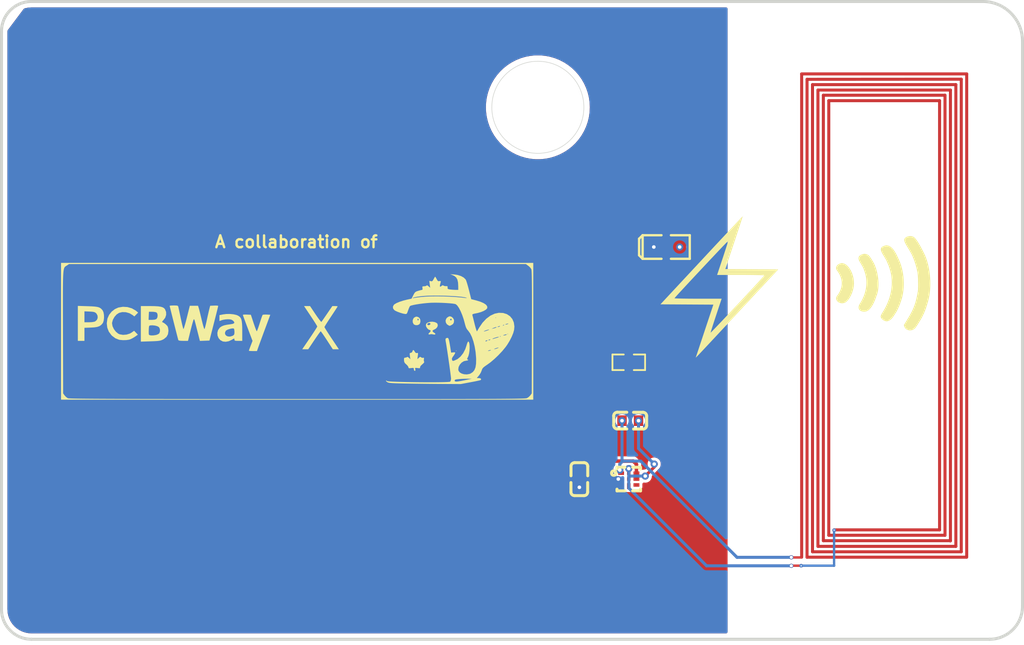
<source format=kicad_pcb>
(kicad_pcb (version 20240108) (generator "pcbnew") (generator_version "8.0")
  (layers (0 "F.Cu" signal "TopLayer") (31 "B.Cu" signal "BottomLayer") (34 "B.Paste" user "BottomPasteMaskLayer") (35 "F.Paste" user "TopPasteMaskLayer") (36 "B.SilkS" user "BottomSilkLayer") (37 "F.SilkS" user "TopSilkLayer") (38 "B.Mask" user "BottomSolderMaskLayer") (39 "F.Mask" user "TopSolderMaskLayer") (44 "Edge.Cuts" user "BoardOutLine"))
  (net 0 "")
  (net 1 "VCC")
  (net 2 "LED1_1")
  (net 3 "U2_8")
  (net 4 "GND")
  (net 5 "U2_1")
  (footprint "NFC EasyEDA Project:C0603" (layer "F.Cu") (at 159.022 116.538)
    (property "Reference" "C1" (hide yes))
    (property "Value" "220nF" (hide yes))
    (pad "1" smd rect (at 0 0.7 90) (size 0.8 0.9) (layers "F.Cu" "F.Paste" "F.Mask") (net 4 "GND"))
    (pad "2" smd rect (at 0 -0.7 90) (size 0.8 0.9) (layers "F.Cu" "F.Paste" "F.Mask") (net 1 "VCC"))
  )
  (footprint "NFC EasyEDA Project:C0603" (layer "F.Cu") (at 163.34 111.585)
    (property "Reference" "C2" (hide yes))
    (property "Value" "18pF" (hide yes))
    (pad "1" smd rect (at -0.7 0) (size 0.8 0.9) (layers "F.Cu" "F.Paste" "F.Mask") (net 5 "U2_1"))
    (pad "2" smd rect (at 0.7 0) (size 0.8 0.9) (layers "F.Cu" "F.Paste" "F.Mask") (net 3 "U2_8"))
  )
  (footprint "LOGO" (layer "F.Cu") (at 135.055503 104)
    (property "Reference" "G***" (hide yes))
    (property "Value" "LOGO" (hide yes))
  )
  (footprint "NFC EasyEDA Project:25X48MM_NFC_ANTENNA" (layer "F.Cu") (at 185.1399 103.457 -90)
    (property "Reference" "1" (hide yes))
    (property "Value" "ANTENNA_NFC_41X14MM_2UH" (hide yes))
    (fp_line (start 19.73 8.12) (end 19.73 7.2801) (stroke (width 0.2)) (layer "F.Cu"))
    (fp_line (start 20.43 8.11) (end 20.43 7.31) (stroke (width 0.2)) (layer "F.Cu"))
    (fp_line (start -21.2898 7.26) (end -21.2898 -6.74) (stroke (width 0.254)) (layer "F.Cu"))
    (fp_line (start 19.7101 7.26) (end -21.2899 7.26) (stroke (width 0.254)) (layer "F.Cu"))
    (fp_line (start -20.8299 6.8041) (end 19.7101 6.8041) (stroke (width 0.254)) (layer "F.Cu"))
    (fp_line (start 19.7101 6.8041) (end 19.7101 -6.7199) (stroke (width 0.254)) (layer "F.Cu"))
    (fp_line (start -20.3798 6.34) (end 19.2501 6.34) (stroke (width 0.254)) (layer "F.Cu"))
    (fp_line (start 19.2501 6.34) (end 19.2501 -6.2799) (stroke (width 0.254)) (layer "F.Cu"))
    (fp_line (start -19.9198 5.88) (end 18.7901 5.88) (stroke (width 0.254)) (layer "F.Cu"))
    (fp_line (start 18.7901 5.88) (end 18.7901 -5.8199) (stroke (width 0.254)) (layer "F.Cu"))
    (fp_line (start -19.48 5.42) (end 18.3099 5.42) (stroke (width 0.254)) (layer "F.Cu"))
    (fp_line (start 18.3099 5.42) (end 18.3099 -5.36) (stroke (width 0.254)) (layer "F.Cu"))
    (fp_line (start -19.02 4.96) (end 17.85 4.96) (stroke (width 0.254)) (layer "F.Cu"))
    (fp_line (start 17.85 4.96) (end 17.85 -4.9) (stroke (width 0.254)) (layer "F.Cu"))
    (fp_line (start 17.39 4.5) (end 17.39 -4.44) (stroke (width 0.254)) (layer "F.Cu"))
    (fp_line (start -19.02 -4.44) (end -19.02 4.96) (stroke (width 0.254)) (layer "F.Cu"))
    (fp_line (start 17.39 -4.44) (end -19.02 -4.44) (stroke (width 0.254)) (layer "F.Cu"))
    (fp_line (start -19.48 -4.9) (end -19.48 5.42) (stroke (width 0.254)) (layer "F.Cu"))
    (fp_line (start 17.85 -4.9) (end -19.48 -4.9) (stroke (width 0.254)) (layer "F.Cu"))
    (fp_line (start -19.9198 -5.3599) (end -19.9198 5.88) (stroke (width 0.254)) (layer "F.Cu"))
    (fp_line (start 18.3301 -5.3599) (end -19.9198 -5.3599) (stroke (width 0.254)) (layer "F.Cu"))
    (fp_line (start -20.3798 -5.8199) (end -20.3798 6.34) (stroke (width 0.254)) (layer "F.Cu"))
    (fp_line (start 18.7901 -5.8199) (end -20.3798 -5.8199) (stroke (width 0.254)) (layer "F.Cu"))
    (fp_line (start -20.8399 -6.2799) (end -20.8299 6.8041) (stroke (width 0.254)) (layer "F.Cu"))
    (fp_line (start 19.2501 -6.2799) (end -20.8399 -6.2799) (stroke (width 0.254)) (layer "F.Cu"))
    (fp_line (start 19.7101 -6.7399) (end -21.29 -6.7399) (stroke (width 0.254)) (layer "F.Cu"))
    (fp_line (start 20.43 7.3) (end 20.43 4.51) (stroke (width 0.2)) (layer "B.Cu"))
    (fp_line (start 20.43 4.51) (end 17.42 4.51) (stroke (width 0.2)) (layer "B.Cu"))
    (pad "" thru_hole circle (at 17.4201 4.4999) (size 0.31 0.31) (drill 0.105) (layers "*.Cu" "*.Mask"))
    (pad "" thru_hole circle (at 20.43 7.3) (size 0.31 0.31) (drill 0.105) (layers "*.Cu" "*.Mask"))
    (pad "P$1" thru_hole oval (at 19.7201 8.1399 270) (size 0.35 0.35) (drill 0.254) (layers "*.Cu" "*.Mask") (net 5 "U2_1"))
    (pad "P$2" thru_hole oval (at 20.4399 8.1399 270) (size 0.35 0.35) (drill 0.254) (layers "*.Cu" "*.Mask") (net 3 "U2_8"))
  )
  (footprint "NFC EasyEDA Project:LED0805_BLUE" (layer "F.Cu") (at 166.388 96.853 180)
    (property "Reference" "LED1" (hide yes))
    (property "Value" "LED-0805_B" (hide yes))
    (pad "1" smd rect (at -1.0503 0 180) (size 1.3005 1.3995) (layers "F.Cu" "F.Paste" "F.Mask") (net 2 "LED1_1"))
    (pad "2" smd rect (at 1.0503 0 180) (size 1.3005 1.3995) (layers "F.Cu" "F.Paste" "F.Mask") (net 4 "GND"))
  )
  (footprint "NFC EasyEDA Project:XQFN-8_L1.6-W1.6-P0.50-BR" (layer "F.Cu") (at 163.213 116.538)
    (property "Reference" "U2" (hide yes))
    (property "Value" "NT3H1101W0FHKH" (hide yes))
    (pad "1" smd rect (at -0.65 -0.4999) (size 0.5 0.3) (layers "F.Cu" "F.Paste" "F.Mask") (net 5 "U2_1"))
    (pad "2" smd rect (at -0.65 0) (size 0.5 0.3) (layers "F.Cu" "F.Paste" "F.Mask") (net 4 "GND"))
    (pad "3" smd rect (at -0.65 0.4999) (size 0.5 0.3) (layers "F.Cu" "F.Paste" "F.Mask"))
    (pad "4" smd rect (at 0 0.5999 90) (size 0.5 0.3) (layers "F.Cu" "F.Paste" "F.Mask"))
    (pad "5" smd rect (at 0.65 0.5001) (size 0.5 0.3) (layers "F.Cu" "F.Paste" "F.Mask"))
    (pad "6" smd rect (at 0.65 0) (size 0.5 0.3) (layers "F.Cu" "F.Paste" "F.Mask") (net 1 "VCC"))
    (pad "7" smd rect (at 0.65 -0.4999) (size 0.5 0.3) (layers "F.Cu" "F.Paste" "F.Mask") (net 1 "VCC"))
    (pad "8" smd rect (at 0 -0.5999 90) (size 0.5 0.3) (layers "F.Cu" "F.Paste" "F.Mask") (net 3 "U2_8"))
    (pad "9" smd rect (at 0 0 90) (size 0.3 0.3) (layers "F.Cu" "F.Paste" "F.Mask"))
  )
  (footprint "NFC EasyEDA Project:R0603" (layer "F.Cu") (at 163.213 106.632)
    (property "Reference" "R1" (hide yes))
    (property "Value" "220" (hide yes))
    (pad "1" smd rect (at -0.7534 0) (size 0.8065 0.864) (layers "F.Cu" "F.Paste" "F.Mask") (net 2 "LED1_1"))
    (pad "2" smd rect (at 0.7534 0) (size 0.8065 0.864) (layers "F.Cu" "F.Paste" "F.Mask") (net 1 "VCC"))
  )
  (gr_poly (pts (xy 180.9985 98.3128) (xy 180.961346 98.340913) (xy 180.927872 98.370185) (xy 180.89811 98.400486) (xy 180.872095 98.43168) (xy 180.849861 98.463636) (xy 180.831442 98.496219) (xy 180.816873 98.529298) (xy 180.806187 98.562738) (xy 180.799419 98.596407) (xy 180.796602 98.630171) (xy 180.797771 98.663897) (xy 180.80296 98.697452) (xy 180.812204 98.730703) (xy 180.825535 98.763517) (xy 180.842989 98.795761) (xy 180.8646 98.8273) (xy 180.962131 98.963954) (xy 181.046751 99.100838) (xy 181.118458 99.23789) (xy 181.177253 99.37505) (xy 181.223134 99.512258) (xy 181.256103 99.64945) (xy 181.276158 99.786568) (xy 181.2833 99.92355) (xy 181.277527 100.060336) (xy 181.25884 100.196863) (xy 181.227238 100.333072) (xy 181.182721 100.4689) (xy 181.125289 100.604289) (xy 181.054942 100.739175) (xy 180.971679 100.8735) (xy 180.8755 101.0072) (xy 180.835125 101.071521) (xy 180.810998 101.136729) (xy 180.801973 101.201826) (xy 180.806901 101.265811) (xy 180.824636 101.327687) (xy 180.854031 101.386454) (xy 180.893939 101.441112) (xy 180.943212 101.490663) (xy 181.000703 101.534107) (xy 181.065266 101.570446) (xy 181.135753 101.598679) (xy 181.211017 101.617808) (xy 181.28991 101.626834) (xy 181.371287 101.624758) (xy 181.453999 101.61058) (xy 181.5369 101.5833) (xy 181.588741 101.557409) (xy 181.64126 101.522581) (xy 181.694129 101.479351) (xy 181.747018 101.428257) (xy 181.799601 101.369833) (xy 181.851548 101.304617) (xy 181.902532 101.233144) (xy 181.952225 101.15595) (xy 182.000298 101.073573) (xy 182.046423 100.986547) (xy 182.090273 100.895408) (xy 182.131518 100.800694) (xy 182.169832 100.70294) (xy 182.204885 100.602683) (xy 182.236351 100.500457) (xy 182.2639 100.3968) (xy 182.303429 100.178956) (xy 182.31812 99.957932) (xy 182.309905 99.736912) (xy 182.280718 99.519082) (xy 182.232493 99.307624) (xy 182.167164 99.105722) (xy 182.086663 98.916562) (xy 181.992925 98.743325) (xy 181.887882 98.589198) (xy 181.77347 98.457363) (xy 181.651621 98.351005) (xy 181.524268 98.273307) (xy 181.393346 98.227453) (xy 181.260789 98.216629) (xy 181.128528 98.244016)) (fill solid) (layer "F.SilkS"))
  (gr_poly (pts (xy 184.913 96.7367) (xy 184.843645 96.76354) (xy 184.782927 96.791961) (xy 184.7308 96.822343) (xy 184.68722 96.855066) (xy 184.652141 96.890509) (xy 184.625518 96.929051) (xy 184.607307 96.971072) (xy 184.597462 97.01695) (xy 184.595939 97.067067) (xy 184.602692 97.1218) (xy 184.617677 97.18153) (xy 184.640848 97.246635) (xy 184.672161 97.317495) (xy 184.71157 97.39449) (xy 184.759032 97.477999) (xy 184.8145 97.5684) (xy 184.838288 97.606296) (xy 184.861967 97.644547) (xy 184.885391 97.682895) (xy 184.908414 97.721082) (xy 184.930888 97.758849) (xy 184.952669 97.795939) (xy 184.973609 97.832092) (xy 184.993562 97.86705) (xy 185.012382 97.900556) (xy 185.029922 97.93235) (xy 185.046037 97.962174) (xy 185.060579 97.989769) (xy 185.073403 98.014878) (xy 185.084362 98.037242) (xy 185.093309 98.056602) (xy 185.1001 98.0727) (xy 185.105909 98.087375) (xy 185.112017 98.102592) (xy 185.118372 98.118234) (xy 185.124923 98.13418) (xy 185.131618 98.150311) (xy 185.138408 98.166506) (xy 185.145239 98.182647) (xy 185.152062 98.198613) (xy 185.158825 98.214285) (xy 185.165477 98.229543) (xy 185.171968 98.244268) (xy 185.178245 98.25834) (xy 185.184258 98.271638) (xy 185.189955 98.284044) (xy 185.195286 98.295438) (xy 185.2002 98.3057) (xy 185.205008 98.315777) (xy 185.210031 98.326662) (xy 185.215228 98.338252) (xy 185.220559 98.350446) (xy 185.225982 98.363139) (xy 185.231457 98.376229) (xy 185.236943 98.389613) (xy 185.2424 98.403188) (xy 185.247786 98.416851) (xy 185.253061 98.430498) (xy 185.258184 98.444028) (xy 185.263115 98.457336) (xy 185.267813 98.470321) (xy 185.272237 98.482878) (xy 185.276346 98.494906) (xy 185.2801 98.5063) (xy 185.283787 98.517762) (xy 185.287739 98.530021) (xy 185.291918 98.542968) (xy 185.296289 98.556491) (xy 185.300814 98.570479) (xy 185.305459 98.584822) (xy 185.310187 98.599408) (xy 185.314962 98.614125) (xy 185.319747 98.628864) (xy 185.324507 98.643513) (xy 185.329204 98.657961) (xy 185.333804 98.672097) (xy 185.33827 98.68581) (xy 185.342565 98.698989) (xy 185.346654 98.711523) (xy 185.3505 98.7233) (xy 185.412773 98.936861) (xy 185.461326 99.155311) (xy 185.496264 99.378005) (xy 185.517692 99.604297) (xy 185.525715 99.833541) (xy 185.52044 100.065092) (xy 185.50197 100.298302) (xy 185.470412 100.532525) (xy 185.425871 100.767117) (xy 185.368452 101.001431) (xy 185.29826 101.234821) (xy 185.215401 101.466641) (xy 185.11998 101.696245) (xy 185.012103 101.922987) (xy 184.891874 102.146221) (xy 184.7594 102.3653) (xy 184.721437 102.425657) (xy 184.688217 102.480804) (xy 184.659688 102.531198) (xy 184.6358 102.577296) (xy 184.6165 102.619553) (xy 184.601738 102.658425) (xy 184.591463 102.694368) (xy 184.585625 102.727838) (xy 184.584171 102.759292) (xy 184.587052 102.789184) (xy 184.594216 102.817972) (xy 184.605612 102.846111) (xy 184.621189 102.874058) (xy 184.640897 102.902267) (xy 184.664684 102.931196) (xy 184.6925 102.9613) (xy 184.754037 103.019368) (xy 184.816472 103.067068) (xy 184.879686 103.104436) (xy 184.94356 103.131505) (xy 185.007978 103.148311) (xy 185.072822 103.154887) (xy 185.137972 103.151268) (xy 185.203312 103.137488) (xy 185.268723 103.113582) (xy 185.334088 103.079585) (xy 185.399289 103.03553) (xy 185.464207 102.981452) (xy 185.528725 102.917386) (xy 185.592725 102.843366) (xy 185.656089 102.759426) (xy 185.7187 102.6656) (xy 185.736901 102.636714) (xy 185.754944 102.608106) (xy 185.772721 102.579947) (xy 185.790123 102.552407) (xy 185.807042 102.525657) (xy 185.823368 102.499867) (xy 185.838995 102.475208) (xy 185.853812 102.45185) (xy 185.867712 102.429965) (xy 185.880585 102.409722) (xy 185.892324 102.391291) (xy 185.90282 102.374844) (xy 185.911964 102.360551) (xy 185.919647 102.348583) (xy 185.925762 102.339109) (xy 185.9302 102.3323) (xy 185.940146 102.315586) (xy 185.953594 102.290525) (xy 185.970034 102.258236) (xy 185.988954 102.219836) (xy 186.009845 102.176444) (xy 186.032197 102.129176) (xy 186.055497 102.079152) (xy 186.079237 102.027488) (xy 186.102905 101.975303) (xy 186.125991 101.923714) (xy 186.147985 101.873839) (xy 186.168376 101.826796) (xy 186.186653 101.783703) (xy 186.202307 101.745677) (xy 186.214826 101.713837) (xy 186.2237 101.6893) (xy 186.226754 101.680299) (xy 186.230303 101.669914) (xy 186.234302 101.658269) (xy 186.238709 101.645488) (xy 186.24348 101.631695) (xy 186.248573 101.617012) (xy 186.253943 101.601565) (xy 186.25955 101.585475) (xy 186.265348 101.568868) (xy 186.271295 101.551867) (xy 186.277349 101.534595) (xy 186.283465 101.517175) (xy 186.289602 101.499733) (xy 186.295715 101.48239) (xy 186.301762 101.465272) (xy 186.3077 101.4485) (xy 186.3744 101.240539) (xy 186.430028 101.024331) (xy 186.47466 100.801139) (xy 186.508373 100.572222) (xy 186.531243 100.338842) (xy 186.543347 100.102259) (xy 186.544761 99.863733) (xy 186.535562 99.624525) (xy 186.515827 99.385897) (xy 186.485632 99.149108) (xy 186.445054 98.915419) (xy 186.39417 98.686091) (xy 186.333056 98.462385) (xy 186.261788 98.24556) (xy 186.180444 98.036879) (xy 186.0891 97.8376) (xy 186.086178 97.831652) (xy 186.082912 97.824918) (xy 186.079337 97.817475) (xy 186.075489 97.809397) (xy 186.071401 97.800761) (xy 186.067111 97.791641) (xy 186.062653 97.782112) (xy 186.058062 97.77225) (xy 186.053374 97.762131) (xy 186.048624 97.751829) (xy 186.043847 97.74142) (xy 186.039079 97.730979) (xy 186.034355 97.720581) (xy 186.02971 97.710302) (xy 186.02518 97.700216) (xy 186.0208 97.6904) (xy 185.957202 97.554279) (xy 185.892398 97.42797) (xy 185.826486 97.311556) (xy 185.759562 97.205122) (xy 185.691724 97.108751) (xy 185.62307 97.022527) (xy 185.553696 96.946532) (xy 185.4837 96.88085) (xy 185.413178 96.825566) (xy 185.342229 96.780762) (xy 185.27095 96.746522) (xy 185.199437 96.722929) (xy 185.127788 96.710067) (xy 185.056101 96.708019) (xy 184.984472 96.716869)) (fill solid) (layer "F.SilkS"))
  (gr_poly (pts (xy 186.8005 95.9869) (xy 186.745845 96.018181) (xy 186.698809 96.049404) (xy 186.65945 96.081313) (xy 186.627829 96.114649) (xy 186.604005 96.150155) (xy 186.588038 96.188573) (xy 186.579987 96.230645) (xy 186.579912 96.277113) (xy 186.587873 96.32872) (xy 186.603928 96.386208) (xy 186.628139 96.450319) (xy 186.660564 96.521796) (xy 186.701262 96.60138) (xy 186.750295 96.689814) (xy 186.807721 96.78784) (xy 186.8736 96.8962) (xy 186.90284 96.943891) (xy 186.93198 96.991875) (xy 186.960836 97.039836) (xy 186.989229 97.087455) (xy 187.016977 97.134415) (xy 187.043898 97.180398) (xy 187.069812 97.225087) (xy 187.094537 97.268163) (xy 187.117892 97.309309) (xy 187.139696 97.348207) (xy 187.159768 97.38454) (xy 187.177926 97.41799) (xy 187.19399 97.448238) (xy 187.207777 97.474968) (xy 187.219107 97.497861) (xy 187.2278 97.5166) (xy 187.245961 97.557996) (xy 187.264049 97.599718) (xy 187.281972 97.641542) (xy 187.299639 97.683241) (xy 187.316959 97.72459) (xy 187.333843 97.765363) (xy 187.350199 97.805333) (xy 187.365937 97.844275) (xy 187.380966 97.881964) (xy 187.395195 97.918173) (xy 187.408534 97.952676) (xy 187.420892 97.985247) (xy 187.432178 98.015661) (xy 187.442302 98.043692) (xy 187.451172 98.069114) (xy 187.4587 98.0917) (xy 187.475316 98.143127) (xy 187.49085 98.191551) (xy 187.505353 98.237148) (xy 187.518878 98.280097) (xy 187.531475 98.320575) (xy 187.543198 98.358758) (xy 187.554097 98.394824) (xy 187.564225 98.42895) (xy 187.573633 98.461314) (xy 187.582373 98.492093) (xy 187.590498 98.521464) (xy 187.598059 98.549604) (xy 187.605108 98.57669) (xy 187.611696 98.6029) (xy 187.617876 98.628411) (xy 187.6237 98.6534) (xy 187.627351 98.669287) (xy 187.631304 98.6865) (xy 187.635522 98.704873) (xy 187.639967 98.724243) (xy 187.644601 98.744444) (xy 187.649386 98.765312) (xy 187.654286 98.786681) (xy 187.659262 98.808388) (xy 187.664277 98.830267) (xy 187.669292 98.852153) (xy 187.674271 98.873883) (xy 187.679176 98.89529) (xy 187.683969 98.91621) (xy 187.688612 98.936478) (xy 187.693068 98.95593) (xy 187.6973 98.9744) (xy 187.70742 99.030412) (xy 187.716744 99.10497) (xy 187.725215 99.195447) (xy 187.732778 99.299216) (xy 187.739376 99.413651) (xy 187.744954 99.536124) (xy 187.749455 99.664007) (xy 187.752825 99.794675) (xy 187.755005 99.925501) (xy 187.755942 100.053856) (xy 187.755579 100.177114) (xy 187.753859 100.292647) (xy 187.750727 100.39783) (xy 187.746127 100.490034) (xy 187.740003 100.566634) (xy 187.7323 100.625) (xy 187.697636 100.815664) (xy 187.662777 100.99363) (xy 187.627133 101.160455) (xy 187.590117 101.317696) (xy 187.551138 101.46691) (xy 187.509608 101.609655) (xy 187.464937 101.747487) (xy 187.416537 101.881963) (xy 187.363819 102.01464) (xy 187.306193 102.147076) (xy 187.243071 102.280826) (xy 187.173864 102.417449) (xy 187.097982 102.558501) (xy 187.014836 102.705539) (xy 186.923839 102.86012) (xy 186.8244 103.0238) (xy 186.5463 103.4756) (xy 186.5875 103.5989) (xy 186.613548 103.661449) (xy 186.64729 103.717747) (xy 186.687931 103.767644) (xy 186.734678 103.810994) (xy 186.786737 103.847648) (xy 186.843314 103.877458) (xy 186.903616 103.900274) (xy 186.96685 103.91595) (xy 187.03222 103.924338) (xy 187.098935 103.925287) (xy 187.1662 103.918651) (xy 187.233221 103.904282) (xy 187.299206 103.88203) (xy 187.363359 103.851748) (xy 187.424888 103.813288) (xy 187.483 103.7665) (xy 187.501459 103.746571) (xy 187.526929 103.714388) (xy 187.558476 103.671419) (xy 187.595168 103.619132) (xy 187.636072 103.558996) (xy 187.680254 103.492479) (xy 187.726783 103.421049) (xy 187.774725 103.346175) (xy 187.823147 103.269326) (xy 187.871117 103.191969) (xy 187.917701 103.115573) (xy 187.961968 103.041607) (xy 188.002984 102.971538) (xy 188.039817 102.906835) (xy 188.071533 102.848966) (xy 188.0972 102.7994) (xy 188.10481 102.784139) (xy 188.112496 102.76876) (xy 188.120204 102.753366) (xy 188.127884 102.738061) (xy 188.135482 102.722948) (xy 188.142948 102.70813) (xy 188.15023 102.693709) (xy 188.157275 102.679788) (xy 188.164031 102.666471) (xy 188.170448 102.65386) (xy 188.176472 102.642059) (xy 188.182053 102.631171) (xy 188.187138 102.621298) (xy 188.191675 102.612543) (xy 188.195613 102.60501) (xy 188.1989 102.5988) (xy 188.226932 102.543042) (xy 188.256805 102.477953) (xy 188.28818 102.404547) (xy 188.320721 102.323836) (xy 188.354091 102.236835) (xy 188.387952 102.144555) (xy 188.421967 102.04801) (xy 188.4558 101.948213) (xy 188.489111 101.846176) (xy 188.521566 101.742913) (xy 188.552825 101.639436) (xy 188.582553 101.536758) (xy 188.610411 101.435893) (xy 188.636063 101.337853) (xy 188.659172 101.243651) (xy 188.6794 101.1543) (xy 188.721941 100.929798) (xy 188.754759 100.697096) (xy 188.778015 100.457703) (xy 188.791868 100.213127) (xy 188.796481 99.964877) (xy 188.792012 99.71446) (xy 188.778623 99.463386) (xy 188.756475 99.213163) (xy 188.725727 98.965299) (xy 188.68654 98.721301) (xy 188.639075 98.48268) (xy 188.583493 98.250943) (xy 188.519954 98.027598) (xy 188.448618 97.814153) (xy 188.369647 97.612118) (xy 188.2832 97.423) (xy 188.201334 97.259178) (xy 188.123131 97.106027) (xy 188.048474 96.963363) (xy 187.977242 96.831004) (xy 187.909316 96.708766) (xy 187.844578 96.596467) (xy 187.782908 96.493922) (xy 187.724187 96.40095) (xy 187.668296 96.317368) (xy 187.615116 96.242991) (xy 187.564529 96.177637) (xy 187.516414 96.121122) (xy 187.470652 96.073265) (xy 187.427125 96.033881) (xy 187.385714 96.002787) (xy 187.3463 95.9798) (xy 187.316914 95.966725) (xy 187.285507 95.955472) (xy 187.252375 95.946036) (xy 187.217818 95.938413) (xy 187.182134 95.9326) (xy 187.145621 95.928592) (xy 187.108576 95.926385) (xy 187.0713 95.925975) (xy 187.034088 95.927359) (xy 186.997241 95.930531) (xy 186.961056 95.935488) (xy 186.925831 95.942225) (xy 186.891864 95.95074) (xy 186.859455 95.961026) (xy 186.828901 95.973081)) (fill solid) (layer "F.SilkS"))
  (gr_poly (pts (xy 182.9747 97.4844) (xy 182.919827 97.509441) (xy 182.871113 97.536347) (xy 182.828541 97.56519) (xy 182.792096 97.596038) (xy 182.761763 97.628963) (xy 182.737525 97.664035) (xy 182.719367 97.701324) (xy 182.707275 97.7409) (xy 182.701231 97.782835) (xy 182.701221 97.827197) (xy 182.707229 97.874058) (xy 182.71924 97.923488) (xy 182.737238 97.975557) (xy 182.761208 98.030335) (xy 182.791133 98.087893) (xy 182.827 98.1483) (xy 182.855119 98.193529) (xy 182.882733 98.238798) (xy 182.909718 98.283875) (xy 182.93595 98.328529) (xy 182.961305 98.372527) (xy 182.98566 98.415639) (xy 183.008891 98.457632) (xy 183.030875 98.498275) (xy 183.051487 98.537336) (xy 183.070605 98.574584) (xy 183.088104 98.609785) (xy 183.103862 98.64271) (xy 183.117754 98.673125) (xy 183.129657 98.7008) (xy 183.139446 98.725502) (xy 183.147 98.747) (xy 183.149902 98.756002) (xy 183.153295 98.766387) (xy 183.157134 98.778031) (xy 183.161379 98.790811) (xy 183.165987 98.804603) (xy 183.170915 98.819284) (xy 183.17612 98.834728) (xy 183.181562 98.850813) (xy 183.187197 98.867415) (xy 183.192983 98.88441) (xy 183.198878 98.901674) (xy 183.204839 98.919083) (xy 183.210824 98.936515) (xy 183.21679 98.953844) (xy 183.222696 98.970947) (xy 183.2285 98.9877) (xy 183.27748 99.145327) (xy 183.316204 99.306215) (xy 183.344739 99.469922) (xy 183.363154 99.636008) (xy 183.371516 99.804034) (xy 183.369893 99.973557) (xy 183.358352 100.144139) (xy 183.336962 100.315338) (xy 183.30579 100.486714) (xy 183.264905 100.657826) (xy 183.214373 100.828235) (xy 183.154264 100.997499) (xy 183.084644 101.165178) (xy 183.005581 101.330832) (xy 182.917144 101.494019) (xy 182.8194 101.6543) (xy 182.77692 101.7274) (xy 182.744899 101.798304) (xy 182.723082 101.866613) (xy 182.711214 101.931925) (xy 182.70904 101.993839) (xy 182.716306 102.051953) (xy 182.732756 102.105865) (xy 182.758137 102.155175) (xy 182.792193 102.199482) (xy 182.83467 102.238383) (xy 182.885313 102.271477) (xy 182.943867 102.298363) (xy 183.010077 102.31864) (xy 183.083689 102.331906) (xy 183.164448 102.33776) (xy 183.2521 102.3358) (xy 183.314029 102.327047) (xy 183.375941 102.309038) (xy 183.437699 102.281946) (xy 183.499168 102.245941) (xy 183.560213 102.201195) (xy 183.620699 102.14788) (xy 183.680489 102.086166) (xy 183.73945 102.016225) (xy 183.797444 101.938229) (xy 183.854338 101.852349) (xy 183.909995 101.758757) (xy 183.964281 101.657622) (xy 184.017059 101.549118) (xy 184.068196 101.433416) (xy 184.117554 101.310686) (xy 184.165 101.1811) (xy 184.170845 101.1644) (xy 184.176802 101.147487) (xy 184.182828 101.130479) (xy 184.188881 101.113493) (xy 184.194917 101.096644) (xy 184.200894 101.080049) (xy 184.206769 101.063825) (xy 184.2125 101.048088) (xy 184.218042 101.032954) (xy 184.223355 101.018541) (xy 184.228395 101.004964) (xy 184.233118 100.99234) (xy 184.237483 100.980785) (xy 184.241447 100.970416) (xy 184.244967 100.961349) (xy 184.248 100.9537) (xy 184.294692 100.820623) (xy 184.332661 100.676124) (xy 184.362027 100.521606) (xy 184.382909 100.358469) (xy 184.395427 100.188117) (xy 184.399702 100.011949) (xy 184.395853 99.831368) (xy 184.384 99.647775) (xy 184.364262 99.462573) (xy 184.336759 99.277161) (xy 184.301612 99.092943) (xy 184.25894 98.911319) (xy 184.208863 98.733692) (xy 184.151501 98.561461) (xy 184.086973 98.396031) (xy 184.0154 98.2388) (xy 183.995406 98.19985) (xy 183.971264 98.155669) (xy 183.943629 98.10726) (xy 183.913156 98.055625) (xy 183.880501 98.001769) (xy 183.846319 97.946694) (xy 183.811267 97.891404) (xy 183.776 97.8369) (xy 183.741173 97.784188) (xy 183.707442 97.734269) (xy 183.675464 97.688147) (xy 183.645893 97.646825) (xy 183.619386 97.611307) (xy 183.596597 97.582594) (xy 183.578183 97.561691) (xy 183.5648 97.5496) (xy 183.528795 97.52598) (xy 183.492899 97.504992) (xy 183.457064 97.486629) (xy 183.42124 97.470886) (xy 183.38538 97.457759) (xy 183.349436 97.447241) (xy 183.313358 97.439328) (xy 183.2771 97.434013) (xy 183.240611 97.431292) (xy 183.203844 97.431158) (xy 183.166752 97.433607) (xy 183.129284 97.438633) (xy 183.091393 97.446231) (xy 183.053031 97.456395) (xy 183.014149 97.46912)) (fill solid) (layer "F.SilkS"))
  (gr_poly (pts (xy 172.876742 94.254094) (xy 172.867386 94.288174) (xy 172.850873 94.343572) (xy 172.827574 94.419138) (xy 172.797859 94.513725) (xy 172.762102 94.626184) (xy 172.720672 94.755368) (xy 172.673943 94.900128) (xy 172.622284 95.059317) (xy 172.566068 95.231785) (xy 172.505665 95.416385) (xy 172.441449 95.611969) (xy 172.373789 95.817389) (xy 172.303058 96.031495) (xy 172.229627 96.253141) (xy 172.153868 96.481178) (xy 171.409168 98.719978) (xy 173.653868 98.733078) (xy 175.898468 98.746178) (xy 172.619668 102.268578) (xy 172.284505 102.628565) (xy 171.956452 102.980757) (xy 171.637305 103.323232) (xy 171.328861 103.654068) (xy 171.032917 103.971343) (xy 170.751268 104.273137) (xy 170.485711 104.557527) (xy 170.238043 104.822591) (xy 170.010059 105.066408) (xy 169.803558 105.287056) (xy 169.620335 105.482613) (xy 169.462186 105.651158) (xy 169.330909 105.790769) (xy 169.228299 105.899524) (xy 169.156153 105.975501) (xy 169.116268 106.016778) (xy 168.891568 106.242478) (xy 169.640168 103.991878) (xy 170.388868 101.741178) (xy 168.143668 101.728078) (xy 165.898468 101.714978) (xy 166.381879 101.195978) (xy 167.093068 101.195978) (xy 167.101781 101.200163) (xy 167.130692 101.204229) (xy 167.178778 101.208154) (xy 167.245018 101.211919) (xy 167.32839 101.215502) (xy 167.427875 101.218883) (xy 167.542449 101.22204) (xy 167.671093 101.224953) (xy 167.812784 101.227602) (xy 167.966501 101.229965) (xy 168.131224 101.232021) (xy 168.30593 101.23375) (xy 168.489599 101.235131) (xy 168.681209 101.236144) (xy 168.879739 101.236766) (xy 169.084168 101.236978) (xy 171.092068 101.236978) (xy 170.618968 102.657978) (xy 170.57084 102.802938) (xy 170.524192 102.944217) (xy 170.479257 103.081069) (xy 170.436274 103.212744) (xy 170.395477 103.338496) (xy 170.357103 103.457576) (xy 170.321388 103.569236) (xy 170.288568 103.672728) (xy 170.258879 103.767305) (xy 170.232557 103.852219) (xy 170.209839 103.926721) (xy 170.190961 103.990063) (xy 170.176159 104.041498) (xy 170.165668 104.080277) (xy 170.159726 104.105654) (xy 170.158568 104.116878) (xy 170.211217 104.069273) (xy 170.355922 103.922287) (xy 170.579572 103.689911) (xy 170.869055 103.386139) (xy 171.211258 103.024964) (xy 171.593069 102.620377) (xy 172.001376 102.186372) (xy 172.423068 101.736941) (xy 172.845031 101.286077) (xy 173.254153 100.847772) (xy 173.637324 100.436019) (xy 173.98143 100.064811) (xy 174.273359 99.748141) (xy 174.5 99.5) (xy 174.64824 99.334382) (xy 174.704968 99.265278) (xy 174.696255 99.261093) (xy 174.667347 99.257024) (xy 174.619266 99.253093) (xy 174.553032 99.249322) (xy 174.469665 99.245732) (xy 174.370187 99.242343) (xy 174.255618 99.239176) (xy 174.12698 99.236253) (xy 173.985293 99.233596) (xy 173.831578 99.231224) (xy 173.666856 99.229159) (xy 173.492147 99.227422) (xy 173.308473 99.226035) (xy 173.116855 99.225018) (xy 172.918313 99.224392) (xy 172.713868 99.224178) (xy 170.705968 99.224178) (xy 171.179068 97.803078) (xy 171.227193 97.658137) (xy 171.273839 97.516873) (xy 171.318769 97.380035) (xy 171.361747 97.248371) (xy 171.402538 97.122629) (xy 171.440906 97.003557) (xy 171.476615 96.891903) (xy 171.50943 96.788416) (xy 171.539115 96.693843) (xy 171.565434 96.608933) (xy 171.588151 96.534433) (xy 171.607032 96.471093) (xy 171.621839 96.419659) (xy 171.632338 96.380879) (xy 171.638293 96.355503) (xy 171.639468 96.344278) (xy 171.586802 96.3919) (xy 171.442084 96.538899) (xy 171.218425 96.771283) (xy 170.928938 97.075061) (xy 170.586733 97.436241) (xy 170.204922 97.840829) (xy 169.796617 98.274835) (xy 169.37493 98.724266) (xy 168.952972 99.17513) (xy 168.543855 99.613436) (xy 168.160691 100.02519) (xy 167.816591 100.396402) (xy 167.524667 100.713079) (xy 167.298031 100.961228) (xy 167.149794 101.126859) (xy 167.093068 101.195978) (xy 166.381879 101.195978) (xy 169.378468 97.978778) (xy 169.733072 97.598165) (xy 170.077939 97.228225) (xy 170.411273 96.870874) (xy 170.73128 96.528028) (xy 171.036165 96.201603) (xy 171.324134 95.893514) (xy 171.593391 95.605675) (xy 171.842143 95.340003) (xy 172.068593 95.098414) (xy 172.270948 94.882821) (xy 172.447413 94.695142) (xy 172.596193 94.537291) (xy 172.715493 94.411184) (xy 172.803518 94.318736) (xy 172.858475 94.261862) (xy 172.878568 94.242478)) (fill solid) (layer "F.SilkS"))
  (gr_arc (start 196.614 127.333) (mid 195.795656 129.308656) (end 193.82 130.127) (stroke (width 0.254)) (layer "Edge.Cuts"))
  (gr_line (start 110 79.2) (end 110 127.587) (stroke (width 0.254)) (layer "Edge.Cuts"))
  (gr_line (start 196.614 127.333) (end 196.614 79.3905) (stroke (width 0.254)) (layer "Edge.Cuts"))
  (gr_line (start 112.54 130.127) (end 193.82 130.127) (stroke (width 0.254)) (layer "Edge.Cuts"))
  (gr_arc (start 193.2485 76.025) (mid 195.628268 77.010732) (end 196.614 79.3905) (stroke (width 0.254)) (layer "Edge.Cuts"))
  (gr_line (start 193.2485 76.025) (end 191.153 76.025) (stroke (width 0.254)) (layer "Edge.Cuts"))
  (gr_line (start 191.153 76.025) (end 112.54 76.025) (stroke (width 0.254)) (layer "Edge.Cuts"))
  (gr_arc (start 112.54 130.127) (mid 110.743949 129.383051) (end 110 127.587) (stroke (width 0.254)) (layer "Edge.Cuts"))
  (gr_circle (center 155.5 85) (end 152.5 82.5) (stroke (width 0.05)) (fill none) (layer "Edge.Cuts"))
  (gr_arc (start 110 78.565) (mid 110.743949 76.768949) (end 112.54 76.025) (stroke (width 0.254)) (layer "Edge.Cuts"))
  (gr_line (start 110 78.565) (end 110 79.2) (stroke (width 0.254)) (layer "Edge.Cuts"))
  (gr_text "A collaboration of" (at 128 97 0) (layer "F.SilkS") (effects (font (size 1 1) (thickness 0.2) (bold yes)) (justify left bottom)))
  (segment (start 163.8632 115.2832) (end 163.8632 116.0376) (width 0.3) (layer "F.Cu") (net 1))
  (segment (start 163.9674 106.632) (end 163.9674 106.8936) (width 0.5) (layer "F.Cu") (net 1))
  (segment (start 163.9674 106.8936) (end 160.927 109.934) (width 0.5) (layer "F.Cu") (net 1))
  (segment (start 163.863 116.0381) (end 163.863 116.538) (width 0.254) (layer "F.Cu") (net 1))
  (segment (start 163.594 115.014) (end 163.8632 115.2832) (width 0.3) (layer "F.Cu") (net 1))
  (segment (start 160.927 109.934) (end 160.927 114.887) (width 0.5) (layer "F.Cu") (net 1))
  (segment (start 159.022 115.837) (end 159.845 115.014) (width 0.3) (layer "F.Cu") (net 1))
  (segment (start 159.845 115.014) (end 163.594 115.014) (width 0.3) (layer "F.Cu") (net 1))
  (segment (start 167.531 96.853) (end 162.4596 101.9244) (width 0.5) (layer "F.Cu") (net 2))
  (segment (start 162.4596 101.9244) (end 162.4596 106.632) (width 0.5) (layer "F.Cu") (net 2))
  (via (at 167.531 96.853) (size 0.6096) (drill 0.3048) (layers "F.Cu" "B.Cu") (net 2))
  (segment (start 165.372 115.522) (end 164.61 116.284) (width 0.254) (layer "F.Cu") (net 3))
  (segment (start 165.372 115.268) (end 165.372 115.522) (width 0.254) (layer "F.Cu") (net 3))
  (via (at 163.213 115.649) (size 0.6096) (drill 0.3048) (layers "F.Cu" "B.Cu") (net 3))
  (via (at 164.04 111.585) (size 0.6096) (drill 0.3048) (layers "F.Cu" "B.Cu") (net 3))
  (via (at 164.61 116.284) (size 0.6096) (drill 0.3048) (layers "F.Cu" "B.Cu") (net 3))
  (via (at 165.372 115.268) (size 0.6096) (drill 0.3048) (layers "F.Cu" "B.Cu") (net 3))
  (segment (start 169.8099 123.8969) (end 163.213 117.2999) (width 0.254) (layer "B.Cu") (net 3))
  (segment (start 164.04 111.585) (end 164.04 113.936) (width 0.254) (layer "B.Cu") (net 3))
  (segment (start 164.04 113.936) (end 165.372 115.268) (width 0.254) (layer "B.Cu") (net 3))
  (segment (start 176.9171 123.8969) (end 169.8099 123.8969) (width 0.254) (layer "B.Cu") (net 3))
  (segment (start 163.2608 116.284) (end 163.213 116.3318) (width 0.254) (layer "B.Cu") (net 3))
  (segment (start 164.61 116.284) (end 163.2608 116.284) (width 0.254) (layer "B.Cu") (net 3))
  (segment (start 163.213 117.2999) (end 163.213 115.649) (width 0.254) (layer "B.Cu") (net 3))
  (via (at 159.022 117.238) (size 0.6096) (drill 0.3048) (layers "F.Cu" "B.Cu") (net 4))
  (via (at 165.3377 96.853) (size 0.6096) (drill 0.3048) (layers "F.Cu" "B.Cu") (net 4))
  (via (at 162.324 116.538) (size 0.5) (drill 0.3) (layers "F.Cu" "B.Cu") (net 4))
  (via (at 162.451 115.776) (size 0.6096) (drill 0.3048) (layers "F.Cu" "B.Cu") (net 5))
  (via (at 162.64 111.585) (size 0.6096) (drill 0.3048) (layers "F.Cu" "B.Cu") (net 5))
  (segment (start 162.64 111.585) (end 162.64 115.014) (width 0.254) (layer "B.Cu") (net 5))
  (segment (start 162.705 115.014) (end 164.229 115.014) (width 0.254) (layer "B.Cu") (net 5))
  (segment (start 172.3921 123.177) (end 176.9171 123.177) (width 0.254) (layer "B.Cu") (net 5))
  (segment (start 162.451 115.268) (end 162.705 115.014) (width 0.254) (layer "B.Cu") (net 5))
  (segment (start 164.229 115.014) (end 172.3921 123.177) (width 0.254) (layer "B.Cu") (net 5))
  (segment (start 162.451 115.776) (end 162.451 115.268) (width 0.254) (layer "B.Cu") (net 5))
  (zone (net 4) (net_name "GND") (layer "F.Cu") (priority 99) (connect_pads (clearance 0.254)) (min_thickness 0.254) (fill yes (thermal_gap 0.254) (thermal_bridge_width 0.254))
    (polygon (pts (xy 110.5 78.5) (xy 112 76.5) (xy 171.976 76.279) (xy 171.595 76.66) (xy 171.595 130.635) (xy 171.214 130.254) (xy 110.254 130.254)))
  )
  (zone (net 4) (net_name "GND") (layer "B.Cu") (priority 98) (connect_pads (clearance 0.254)) (min_thickness 0.254) (fill yes (thermal_gap 0.254) (thermal_bridge_width 0.254))
    (polygon (pts (xy 110.5 78.5) (xy 112 76.5) (xy 171.849 76.279) (xy 171.595 76.533) (xy 171.595 130.508) (xy 171.214 130.127) (xy 109.873 130.127)))
  )
)
</source>
